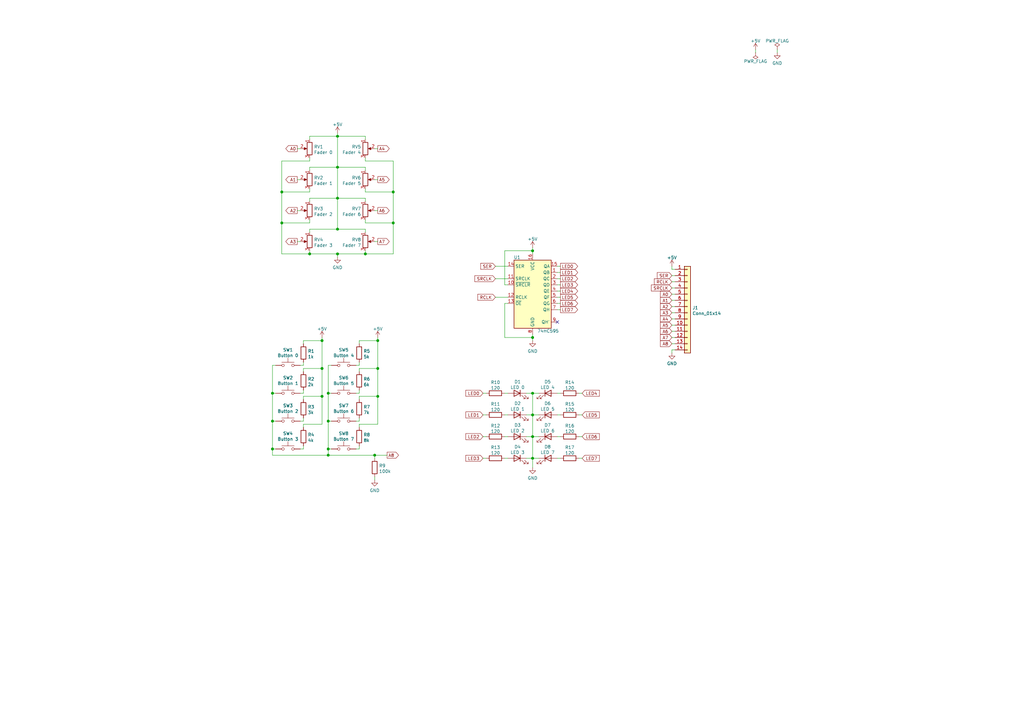
<source format=kicad_sch>
(kicad_sch (version 20210406) (generator eeschema)
  (paper "A3")
  (title_block (title "8 Channel DMX Controller Board 1") (rev "B") (comment 1 "Open source at GitHub: https://github.com/Gabriel-06/dmx-controller/") (comment 2 "Copyright 2021 Gabriel Csizmadia"))
  (lib_symbols
    (symbol "74xx:74HC595"
      (property "Reference" "U" (at -7.62 13.97 0))
      (property "Value" "74HC595" (at -7.62 -16.51 0))
      (symbol "74HC595_1_0"
        (pin tri_state line (at 10.16 7.62 180) (length 2.54) (name "QB") (number "1"))
        (pin input line (at -10.16 2.54 0) (length 2.54) (name "~SRCLR") (number "10"))
        (pin input line (at -10.16 5.08 0) (length 2.54) (name "SRCLK") (number "11"))
        (pin input line (at -10.16 -2.54 0) (length 2.54) (name "RCLK") (number "12"))
        (pin input line (at -10.16 -5.08 0) (length 2.54) (name "~OE") (number "13"))
        (pin input line (at -10.16 10.16 0) (length 2.54) (name "SER") (number "14"))
        (pin tri_state line (at 10.16 10.16 180) (length 2.54) (name "QA") (number "15"))
        (pin power_in line (at 0 15.24 270) (length 2.54) (name "VCC") (number "16"))
        (pin tri_state line (at 10.16 5.08 180) (length 2.54) (name "QC") (number "2"))
        (pin tri_state line (at 10.16 2.54 180) (length 2.54) (name "QD") (number "3"))
        (pin tri_state line (at 10.16 0 180) (length 2.54) (name "QE") (number "4"))
        (pin tri_state line (at 10.16 -2.54 180) (length 2.54) (name "QF") (number "5"))
        (pin tri_state line (at 10.16 -5.08 180) (length 2.54) (name "QG") (number "6"))
        (pin tri_state line (at 10.16 -7.62 180) (length 2.54) (name "QH") (number "7"))
        (pin power_in line (at 0 -17.78 90) (length 2.54) (name "GND") (number "8"))
        (pin output line (at 10.16 -12.7 180) (length 2.54) (name "QH'") (number "9"))
      )
      (symbol "74HC595_1_1"
        (rectangle (start -7.62 12.7) (end 7.62 -15.24) (stroke (width 0.254)) (fill (type background)))
      )
    )
    (symbol "Connector_Generic:Conn_01x14" (pin_names (offset 1.016) hide)
      (property "Reference" "J" (at 0 17.78 0))
      (property "Value" "Conn_01x14" (at 0 -20.32 0))
      (symbol "Conn_01x14_1_1"
        (rectangle (start -1.27 -17.653) (end 0 -17.907) (stroke (width 0.1524)))
        (rectangle (start -1.27 -15.113) (end 0 -15.367) (stroke (width 0.1524)))
        (rectangle (start -1.27 -12.573) (end 0 -12.827) (stroke (width 0.1524)))
        (rectangle (start -1.27 -10.033) (end 0 -10.287) (stroke (width 0.1524)))
        (rectangle (start -1.27 -7.493) (end 0 -7.747) (stroke (width 0.1524)))
        (rectangle (start -1.27 -4.953) (end 0 -5.207) (stroke (width 0.1524)))
        (rectangle (start -1.27 -2.413) (end 0 -2.667) (stroke (width 0.1524)))
        (rectangle (start -1.27 0.127) (end 0 -0.127) (stroke (width 0.1524)))
        (rectangle (start -1.27 2.667) (end 0 2.413) (stroke (width 0.1524)))
        (rectangle (start -1.27 5.207) (end 0 4.953) (stroke (width 0.1524)))
        (rectangle (start -1.27 7.747) (end 0 7.493) (stroke (width 0.1524)))
        (rectangle (start -1.27 10.287) (end 0 10.033) (stroke (width 0.1524)))
        (rectangle (start -1.27 12.827) (end 0 12.573) (stroke (width 0.1524)))
        (rectangle (start -1.27 15.367) (end 0 15.113) (stroke (width 0.1524)))
        (rectangle (start -1.27 16.51) (end 1.27 -19.05) (stroke (width 0.254)) (fill (type background)))
        (pin passive line (at -5.08 15.24 0) (length 3.81) (name "Pin_1") (number "1"))
        (pin passive line (at -5.08 -7.62 0) (length 3.81) (name "Pin_10") (number "10"))
        (pin passive line (at -5.08 -10.16 0) (length 3.81) (name "Pin_11") (number "11"))
        (pin passive line (at -5.08 -12.7 0) (length 3.81) (name "Pin_12") (number "12"))
        (pin passive line (at -5.08 -15.24 0) (length 3.81) (name "Pin_13") (number "13"))
        (pin passive line (at -5.08 -17.78 0) (length 3.81) (name "Pin_14") (number "14"))
        (pin passive line (at -5.08 12.7 0) (length 3.81) (name "Pin_2") (number "2"))
        (pin passive line (at -5.08 10.16 0) (length 3.81) (name "Pin_3") (number "3"))
        (pin passive line (at -5.08 7.62 0) (length 3.81) (name "Pin_4") (number "4"))
        (pin passive line (at -5.08 5.08 0) (length 3.81) (name "Pin_5") (number "5"))
        (pin passive line (at -5.08 2.54 0) (length 3.81) (name "Pin_6") (number "6"))
        (pin passive line (at -5.08 0 0) (length 3.81) (name "Pin_7") (number "7"))
        (pin passive line (at -5.08 -2.54 0) (length 3.81) (name "Pin_8") (number "8"))
        (pin passive line (at -5.08 -5.08 0) (length 3.81) (name "Pin_9") (number "9"))
      )
    )
    (symbol "Device:LED" (pin_numbers hide) (pin_names (offset 1.016) hide)
      (property "Reference" "D" (at 0 2.54 0))
      (property "Value" "LED" (at 0 -2.54 0))
      (symbol "LED_0_1"
        (polyline (pts (xy -1.27 -1.27) (xy -1.27 1.27)) (stroke (width 0.254)))
        (polyline (pts (xy -1.27 0) (xy 1.27 0)))
        (polyline (pts (xy 1.27 -1.27) (xy 1.27 1.27) (xy -1.27 0) (xy 1.27 -1.27)) (stroke (width 0.254)))
        (polyline (pts (xy -3.048 -0.762) (xy -4.572 -2.286) (xy -3.81 -2.286) (xy -4.572 -2.286) (xy -4.572 -1.524)))
        (polyline (pts (xy -1.778 -0.762) (xy -3.302 -2.286) (xy -2.54 -2.286) (xy -3.302 -2.286) (xy -3.302 -1.524)))
      )
      (symbol "LED_1_1"
        (pin passive line (at -3.81 0 0) (length 2.54) (name "K") (number "1"))
        (pin passive line (at 3.81 0 180) (length 2.54) (name "A") (number "2"))
      )
    )
    (symbol "Device:R" (pin_numbers hide) (pin_names (offset 0))
      (property "Reference" "R" (at 2.032 0 90))
      (property "Value" "R" (at 0 0 90))
      (symbol "R_0_1"
        (rectangle (start -1.016 -2.54) (end 1.016 2.54) (stroke (width 0.254)))
      )
      (symbol "R_1_1"
        (pin passive line (at 0 3.81 270) (length 1.27) (name "~") (number "1"))
        (pin passive line (at 0 -3.81 90) (length 1.27) (name "~") (number "2"))
      )
    )
    (symbol "Device:R_Potentiometer" (pin_names (offset 1.016) hide)
      (property "Reference" "RV" (at -4.445 0 90))
      (property "Value" "R_Potentiometer" (at -2.54 0 90))
      (symbol "R_Potentiometer_0_1"
        (rectangle (start 1.016 2.54) (end -1.016 -2.54) (stroke (width 0.254)))
        (polyline (pts (xy 2.54 0) (xy 1.524 0)))
        (polyline (pts (xy 1.143 0) (xy 2.286 0.508) (xy 2.286 -0.508) (xy 1.143 0)) (fill (type outline)))
      )
      (symbol "R_Potentiometer_1_1"
        (pin passive line (at 0 3.81 270) (length 1.27) (name "1") (number "1"))
        (pin passive line (at 3.81 0 180) (length 1.27) (name "2") (number "2"))
        (pin passive line (at 0 -3.81 90) (length 1.27) (name "3") (number "3"))
      )
    )
    (symbol "Switch:SW_Push" (pin_numbers hide) (pin_names (offset 1.016) hide)
      (property "Reference" "SW" (at 1.27 2.54 0))
      (property "Value" "SW_Push" (at 0 -1.524 0))
      (symbol "SW_Push_0_1"
        (circle (center -2.032 0) (radius 0.508))
        (circle (center 2.032 0) (radius 0.508))
        (polyline (pts (xy 0 1.27) (xy 0 3.048)))
        (polyline (pts (xy 2.54 1.27) (xy -2.54 1.27)))
        (pin passive line (at -5.08 0 0) (length 2.54) (name "1") (number "1"))
        (pin passive line (at 5.08 0 180) (length 2.54) (name "2") (number "2"))
      )
    )
    (symbol "power:+5V" (power) (pin_names (offset 0))
      (property "Value" "+5V" (at 0 3.556 0))
      (symbol "+5V_0_1"
        (polyline (pts (xy -0.762 1.27) (xy 0 2.54)))
        (polyline (pts (xy 0 0) (xy 0 2.54)))
        (polyline (pts (xy 0 2.54) (xy 0.762 1.27)))
      )
      (symbol "+5V_1_1"
        (pin power_in line (at 0 0 90) (length 0) hide (name "+5V") (number "1"))
      )
    )
    (symbol "power:GND" (power) (pin_names (offset 0))
      (property "Value" "GND" (at 0 -3.81 0))
      (symbol "GND_0_1"
        (polyline (pts (xy 0 0) (xy 0 -1.27) (xy 1.27 -1.27) (xy 0 -2.54) (xy -1.27 -1.27) (xy 0 -1.27)))
      )
      (symbol "GND_1_1"
        (pin power_in line (at 0 0 270) (length 0) hide (name "GND") (number "1"))
      )
    )
    (symbol "power:PWR_FLAG" (power) (pin_numbers hide) (pin_names (offset 0) hide)
      (property "Value" "PWR_FLAG" (at 0 3.81 0))
      (symbol "PWR_FLAG_0_0"
        (pin power_out line (at 0 0 90) (length 0) (name "pwr") (number "1"))
      )
      (symbol "PWR_FLAG_0_1"
        (polyline (pts (xy 0 0) (xy 0 1.27) (xy -1.016 1.905) (xy 0 2.54) (xy 1.016 1.905) (xy 0 1.27)))
      )
    )
  )
  (junction (at 111.76 161.29) (diameter 1.016))
  (junction (at 111.76 172.72) (diameter 1.016))
  (junction (at 111.76 184.15) (diameter 1.016))
  (junction (at 115.57 78.74) (diameter 1.016))
  (junction (at 115.57 91.44) (diameter 1.016))
  (junction (at 127 104.14) (diameter 1.016))
  (junction (at 132.08 139.7) (diameter 1.016))
  (junction (at 132.08 151.13) (diameter 1.016))
  (junction (at 132.08 162.56) (diameter 1.016))
  (junction (at 134.62 161.29) (diameter 1.016))
  (junction (at 134.62 172.72) (diameter 1.016))
  (junction (at 134.62 184.15) (diameter 1.016))
  (junction (at 134.62 186.69) (diameter 1.016))
  (junction (at 138.43 55.88) (diameter 1.016))
  (junction (at 138.43 68.58) (diameter 1.016))
  (junction (at 138.43 81.28) (diameter 1.016))
  (junction (at 138.43 93.98) (diameter 1.016))
  (junction (at 138.43 104.14) (diameter 1.016))
  (junction (at 149.86 104.14) (diameter 1.016))
  (junction (at 153.67 186.69) (diameter 1.016))
  (junction (at 154.94 139.7) (diameter 1.016))
  (junction (at 154.94 151.13) (diameter 1.016))
  (junction (at 154.94 162.56) (diameter 1.016))
  (junction (at 161.29 78.74) (diameter 1.016))
  (junction (at 161.29 91.44) (diameter 1.016))
  (junction (at 218.44 102.87) (diameter 1.016))
  (junction (at 218.44 138.43) (diameter 1.016))
  (junction (at 218.44 161.29) (diameter 1.016))
  (junction (at 218.44 170.18) (diameter 1.016))
  (junction (at 218.44 179.07) (diameter 1.016))
  (junction (at 218.44 187.96) (diameter 1.016))
  (no_connect (at 228.6 132.08))
  (wire (pts (xy 111.76 149.86) (xy 111.76 161.29)))
  (wire (pts (xy 111.76 149.86) (xy 113.03 149.86)))
  (wire (pts (xy 111.76 161.29) (xy 111.76 172.72)))
  (wire (pts (xy 111.76 161.29) (xy 113.03 161.29)))
  (wire (pts (xy 111.76 172.72) (xy 111.76 184.15)))
  (wire (pts (xy 111.76 172.72) (xy 113.03 172.72)))
  (wire (pts (xy 111.76 184.15) (xy 111.76 186.69)))
  (wire (pts (xy 111.76 184.15) (xy 113.03 184.15)))
  (wire (pts (xy 111.76 186.69) (xy 134.62 186.69)))
  (wire (pts (xy 115.57 66.04) (xy 127 66.04)))
  (wire (pts (xy 115.57 78.74) (xy 115.57 66.04)))
  (wire (pts (xy 115.57 91.44) (xy 115.57 78.74)))
  (wire (pts (xy 115.57 104.14) (xy 115.57 91.44)))
  (wire (pts (xy 123.19 60.96) (xy 121.92 60.96)))
  (wire (pts (xy 123.19 73.66) (xy 121.92 73.66)))
  (wire (pts (xy 123.19 86.36) (xy 121.92 86.36)))
  (wire (pts (xy 123.19 99.06) (xy 121.92 99.06)))
  (wire (pts (xy 124.46 139.7) (xy 124.46 140.97)))
  (wire (pts (xy 124.46 148.59) (xy 124.46 149.86)))
  (wire (pts (xy 124.46 149.86) (xy 123.19 149.86)))
  (wire (pts (xy 124.46 151.13) (xy 124.46 152.4)))
  (wire (pts (xy 124.46 151.13) (xy 132.08 151.13)))
  (wire (pts (xy 124.46 160.02) (xy 124.46 161.29)))
  (wire (pts (xy 124.46 161.29) (xy 123.19 161.29)))
  (wire (pts (xy 124.46 162.56) (xy 124.46 163.83)))
  (wire (pts (xy 124.46 162.56) (xy 132.08 162.56)))
  (wire (pts (xy 124.46 171.45) (xy 124.46 172.72)))
  (wire (pts (xy 124.46 172.72) (xy 123.19 172.72)))
  (wire (pts (xy 124.46 173.99) (xy 124.46 175.26)))
  (wire (pts (xy 124.46 173.99) (xy 132.08 173.99)))
  (wire (pts (xy 124.46 182.88) (xy 124.46 184.15)))
  (wire (pts (xy 124.46 184.15) (xy 123.19 184.15)))
  (wire (pts (xy 127 55.88) (xy 127 57.15)))
  (wire (pts (xy 127 64.77) (xy 127 66.04)))
  (wire (pts (xy 127 68.58) (xy 138.43 68.58)))
  (wire (pts (xy 127 69.85) (xy 127 68.58)))
  (wire (pts (xy 127 77.47) (xy 127 78.74)))
  (wire (pts (xy 127 78.74) (xy 115.57 78.74)))
  (wire (pts (xy 127 81.28) (xy 138.43 81.28)))
  (wire (pts (xy 127 82.55) (xy 127 81.28)))
  (wire (pts (xy 127 90.17) (xy 127 91.44)))
  (wire (pts (xy 127 91.44) (xy 115.57 91.44)))
  (wire (pts (xy 127 93.98) (xy 138.43 93.98)))
  (wire (pts (xy 127 95.25) (xy 127 93.98)))
  (wire (pts (xy 127 102.87) (xy 127 104.14)))
  (wire (pts (xy 127 104.14) (xy 115.57 104.14)))
  (wire (pts (xy 127 104.14) (xy 138.43 104.14)))
  (wire (pts (xy 132.08 138.43) (xy 132.08 139.7)))
  (wire (pts (xy 132.08 139.7) (xy 124.46 139.7)))
  (wire (pts (xy 132.08 151.13) (xy 132.08 139.7)))
  (wire (pts (xy 132.08 151.13) (xy 132.08 162.56)))
  (wire (pts (xy 132.08 162.56) (xy 132.08 173.99)))
  (wire (pts (xy 134.62 149.86) (xy 134.62 161.29)))
  (wire (pts (xy 134.62 161.29) (xy 134.62 172.72)))
  (wire (pts (xy 134.62 161.29) (xy 135.89 161.29)))
  (wire (pts (xy 134.62 172.72) (xy 134.62 184.15)))
  (wire (pts (xy 134.62 172.72) (xy 135.89 172.72)))
  (wire (pts (xy 134.62 184.15) (xy 134.62 186.69)))
  (wire (pts (xy 134.62 184.15) (xy 135.89 184.15)))
  (wire (pts (xy 134.62 186.69) (xy 153.67 186.69)))
  (wire (pts (xy 135.89 149.86) (xy 134.62 149.86)))
  (wire (pts (xy 138.43 54.61) (xy 138.43 55.88)))
  (wire (pts (xy 138.43 55.88) (xy 127 55.88)))
  (wire (pts (xy 138.43 55.88) (xy 138.43 68.58)))
  (wire (pts (xy 138.43 55.88) (xy 149.86 55.88)))
  (wire (pts (xy 138.43 68.58) (xy 138.43 81.28)))
  (wire (pts (xy 138.43 68.58) (xy 149.86 68.58)))
  (wire (pts (xy 138.43 81.28) (xy 138.43 93.98)))
  (wire (pts (xy 138.43 81.28) (xy 149.86 81.28)))
  (wire (pts (xy 138.43 93.98) (xy 149.86 93.98)))
  (wire (pts (xy 138.43 104.14) (xy 138.43 105.41)))
  (wire (pts (xy 138.43 104.14) (xy 149.86 104.14)))
  (wire (pts (xy 146.05 149.86) (xy 147.32 149.86)))
  (wire (pts (xy 146.05 161.29) (xy 147.32 161.29)))
  (wire (pts (xy 146.05 172.72) (xy 147.32 172.72)))
  (wire (pts (xy 146.05 184.15) (xy 147.32 184.15)))
  (wire (pts (xy 147.32 139.7) (xy 147.32 140.97)))
  (wire (pts (xy 147.32 149.86) (xy 147.32 148.59)))
  (wire (pts (xy 147.32 151.13) (xy 154.94 151.13)))
  (wire (pts (xy 147.32 152.4) (xy 147.32 151.13)))
  (wire (pts (xy 147.32 161.29) (xy 147.32 160.02)))
  (wire (pts (xy 147.32 162.56) (xy 154.94 162.56)))
  (wire (pts (xy 147.32 163.83) (xy 147.32 162.56)))
  (wire (pts (xy 147.32 172.72) (xy 147.32 171.45)))
  (wire (pts (xy 147.32 173.99) (xy 154.94 173.99)))
  (wire (pts (xy 147.32 175.26) (xy 147.32 173.99)))
  (wire (pts (xy 147.32 184.15) (xy 147.32 182.88)))
  (wire (pts (xy 149.86 57.15) (xy 149.86 55.88)))
  (wire (pts (xy 149.86 64.77) (xy 149.86 66.04)))
  (wire (pts (xy 149.86 66.04) (xy 161.29 66.04)))
  (wire (pts (xy 149.86 69.85) (xy 149.86 68.58)))
  (wire (pts (xy 149.86 77.47) (xy 149.86 78.74)))
  (wire (pts (xy 149.86 78.74) (xy 161.29 78.74)))
  (wire (pts (xy 149.86 82.55) (xy 149.86 81.28)))
  (wire (pts (xy 149.86 90.17) (xy 149.86 91.44)))
  (wire (pts (xy 149.86 91.44) (xy 161.29 91.44)))
  (wire (pts (xy 149.86 95.25) (xy 149.86 93.98)))
  (wire (pts (xy 149.86 104.14) (xy 149.86 102.87)))
  (wire (pts (xy 153.67 60.96) (xy 154.94 60.96)))
  (wire (pts (xy 153.67 73.66) (xy 154.94 73.66)))
  (wire (pts (xy 153.67 86.36) (xy 154.94 86.36)))
  (wire (pts (xy 153.67 99.06) (xy 154.94 99.06)))
  (wire (pts (xy 153.67 186.69) (xy 153.67 187.96)))
  (wire (pts (xy 153.67 186.69) (xy 158.75 186.69)))
  (wire (pts (xy 153.67 195.58) (xy 153.67 196.85)))
  (wire (pts (xy 154.94 138.43) (xy 154.94 139.7)))
  (wire (pts (xy 154.94 139.7) (xy 147.32 139.7)))
  (wire (pts (xy 154.94 151.13) (xy 154.94 139.7)))
  (wire (pts (xy 154.94 151.13) (xy 154.94 162.56)))
  (wire (pts (xy 154.94 162.56) (xy 154.94 173.99)))
  (wire (pts (xy 161.29 66.04) (xy 161.29 78.74)))
  (wire (pts (xy 161.29 78.74) (xy 161.29 91.44)))
  (wire (pts (xy 161.29 91.44) (xy 161.29 104.14)))
  (wire (pts (xy 161.29 104.14) (xy 149.86 104.14)))
  (wire (pts (xy 198.12 161.29) (xy 199.39 161.29)))
  (wire (pts (xy 198.12 170.18) (xy 199.39 170.18)))
  (wire (pts (xy 198.12 179.07) (xy 199.39 179.07)))
  (wire (pts (xy 198.12 187.96) (xy 199.39 187.96)))
  (wire (pts (xy 203.2 109.22) (xy 208.28 109.22)))
  (wire (pts (xy 203.2 121.92) (xy 208.28 121.92)))
  (wire (pts (xy 207.01 102.87) (xy 218.44 102.87)))
  (wire (pts (xy 207.01 116.84) (xy 207.01 102.87)))
  (wire (pts (xy 207.01 124.46) (xy 207.01 138.43)))
  (wire (pts (xy 207.01 138.43) (xy 218.44 138.43)))
  (wire (pts (xy 207.01 161.29) (xy 208.28 161.29)))
  (wire (pts (xy 207.01 170.18) (xy 208.28 170.18)))
  (wire (pts (xy 207.01 179.07) (xy 208.28 179.07)))
  (wire (pts (xy 207.01 187.96) (xy 208.28 187.96)))
  (wire (pts (xy 208.28 114.3) (xy 203.2 114.3)))
  (wire (pts (xy 208.28 116.84) (xy 207.01 116.84)))
  (wire (pts (xy 208.28 124.46) (xy 207.01 124.46)))
  (wire (pts (xy 215.9 161.29) (xy 218.44 161.29)))
  (wire (pts (xy 215.9 170.18) (xy 218.44 170.18)))
  (wire (pts (xy 215.9 179.07) (xy 218.44 179.07)))
  (wire (pts (xy 215.9 187.96) (xy 218.44 187.96)))
  (wire (pts (xy 218.44 101.6) (xy 218.44 102.87)))
  (wire (pts (xy 218.44 102.87) (xy 218.44 104.14)))
  (wire (pts (xy 218.44 137.16) (xy 218.44 138.43)))
  (wire (pts (xy 218.44 138.43) (xy 218.44 139.7)))
  (wire (pts (xy 218.44 161.29) (xy 218.44 170.18)))
  (wire (pts (xy 218.44 161.29) (xy 220.98 161.29)))
  (wire (pts (xy 218.44 170.18) (xy 218.44 179.07)))
  (wire (pts (xy 218.44 170.18) (xy 220.98 170.18)))
  (wire (pts (xy 218.44 179.07) (xy 218.44 187.96)))
  (wire (pts (xy 218.44 179.07) (xy 220.98 179.07)))
  (wire (pts (xy 218.44 187.96) (xy 218.44 191.77)))
  (wire (pts (xy 218.44 187.96) (xy 220.98 187.96)))
  (wire (pts (xy 228.6 109.22) (xy 229.87 109.22)))
  (wire (pts (xy 228.6 111.76) (xy 229.87 111.76)))
  (wire (pts (xy 228.6 114.3) (xy 229.87 114.3)))
  (wire (pts (xy 228.6 116.84) (xy 229.87 116.84)))
  (wire (pts (xy 228.6 119.38) (xy 229.87 119.38)))
  (wire (pts (xy 228.6 121.92) (xy 229.87 121.92)))
  (wire (pts (xy 228.6 124.46) (xy 229.87 124.46)))
  (wire (pts (xy 228.6 127) (xy 229.87 127)))
  (wire (pts (xy 228.6 161.29) (xy 229.87 161.29)))
  (wire (pts (xy 228.6 170.18) (xy 229.87 170.18)))
  (wire (pts (xy 228.6 179.07) (xy 229.87 179.07)))
  (wire (pts (xy 228.6 187.96) (xy 229.87 187.96)))
  (wire (pts (xy 237.49 161.29) (xy 238.76 161.29)))
  (wire (pts (xy 237.49 170.18) (xy 238.76 170.18)))
  (wire (pts (xy 237.49 179.07) (xy 238.76 179.07)))
  (wire (pts (xy 237.49 187.96) (xy 238.76 187.96)))
  (wire (pts (xy 275.59 109.22) (xy 275.59 110.49)))
  (wire (pts (xy 275.59 110.49) (xy 276.86 110.49)))
  (wire (pts (xy 275.59 113.03) (xy 276.86 113.03)))
  (wire (pts (xy 275.59 115.57) (xy 276.86 115.57)))
  (wire (pts (xy 275.59 118.11) (xy 276.86 118.11)))
  (wire (pts (xy 275.59 135.89) (xy 276.86 135.89)))
  (wire (pts (xy 275.59 138.43) (xy 276.86 138.43)))
  (wire (pts (xy 275.59 140.97) (xy 276.86 140.97)))
  (wire (pts (xy 275.59 143.51) (xy 276.86 143.51)))
  (wire (pts (xy 275.59 144.78) (xy 275.59 143.51)))
  (wire (pts (xy 276.86 120.65) (xy 275.59 120.65)))
  (wire (pts (xy 276.86 123.19) (xy 275.59 123.19)))
  (wire (pts (xy 276.86 125.73) (xy 275.59 125.73)))
  (wire (pts (xy 276.86 128.27) (xy 275.59 128.27)))
  (wire (pts (xy 276.86 130.81) (xy 275.59 130.81)))
  (wire (pts (xy 276.86 133.35) (xy 275.59 133.35)))
  (wire (pts (xy 309.88 20.32) (xy 309.88 21.59)))
  (wire (pts (xy 318.77 20.32) (xy 318.77 21.59)))
  (global_label "A0" (shape output) (at 121.92 60.96 180) (property "Intersheet References" "${INTERSHEET_REFS}" (effects hide)))
  (global_label "A1" (shape output) (at 121.92 73.66 180) (property "Intersheet References" "${INTERSHEET_REFS}" (effects hide)))
  (global_label "A2" (shape output) (at 121.92 86.36 180) (property "Intersheet References" "${INTERSHEET_REFS}" (effects hide)))
  (global_label "A3" (shape output) (at 121.92 99.06 180) (property "Intersheet References" "${INTERSHEET_REFS}" (effects hide)))
  (global_label "A4" (shape output) (at 154.94 60.96 0) (property "Intersheet References" "${INTERSHEET_REFS}" (effects hide)))
  (global_label "A5" (shape output) (at 154.94 73.66 0) (property "Intersheet References" "${INTERSHEET_REFS}" (effects hide)))
  (global_label "A6" (shape output) (at 154.94 86.36 0) (property "Intersheet References" "${INTERSHEET_REFS}" (effects hide)))
  (global_label "A7" (shape output) (at 154.94 99.06 0) (property "Intersheet References" "${INTERSHEET_REFS}" (effects hide)))
  (global_label "A8" (shape output) (at 158.75 186.69 0) (property "Intersheet References" "${INTERSHEET_REFS}" (effects hide)))
  (global_label "LED0" (shape input) (at 198.12 161.29 180) (property "Intersheet References" "${INTERSHEET_REFS}" (effects hide)))
  (global_label "LED1" (shape input) (at 198.12 170.18 180) (property "Intersheet References" "${INTERSHEET_REFS}" (effects hide)))
  (global_label "LED2" (shape input) (at 198.12 179.07 180) (property "Intersheet References" "${INTERSHEET_REFS}" (effects hide)))
  (global_label "LED3" (shape input) (at 198.12 187.96 180) (property "Intersheet References" "${INTERSHEET_REFS}" (effects hide)))
  (global_label "SER" (shape input) (at 203.2 109.22 180) (property "Intersheet References" "${INTERSHEET_REFS}" (effects hide)))
  (global_label "SRCLK" (shape input) (at 203.2 114.3 180) (property "Intersheet References" "${INTERSHEET_REFS}" (effects hide)))
  (global_label "RCLK" (shape input) (at 203.2 121.92 180) (property "Intersheet References" "${INTERSHEET_REFS}" (effects hide)))
  (global_label "LED0" (shape output) (at 229.87 109.22 0) (property "Intersheet References" "${INTERSHEET_REFS}" (effects hide)))
  (global_label "LED1" (shape output) (at 229.87 111.76 0) (property "Intersheet References" "${INTERSHEET_REFS}" (effects hide)))
  (global_label "LED2" (shape output) (at 229.87 114.3 0) (property "Intersheet References" "${INTERSHEET_REFS}" (effects hide)))
  (global_label "LED3" (shape output) (at 229.87 116.84 0) (property "Intersheet References" "${INTERSHEET_REFS}" (effects hide)))
  (global_label "LED4" (shape output) (at 229.87 119.38 0) (property "Intersheet References" "${INTERSHEET_REFS}" (effects hide)))
  (global_label "LED5" (shape output) (at 229.87 121.92 0) (property "Intersheet References" "${INTERSHEET_REFS}" (effects hide)))
  (global_label "LED6" (shape output) (at 229.87 124.46 0) (property "Intersheet References" "${INTERSHEET_REFS}" (effects hide)))
  (global_label "LED7" (shape output) (at 229.87 127 0) (property "Intersheet References" "${INTERSHEET_REFS}" (effects hide)))
  (global_label "LED4" (shape input) (at 238.76 161.29 0) (property "Intersheet References" "${INTERSHEET_REFS}" (effects hide)))
  (global_label "LED5" (shape input) (at 238.76 170.18 0) (property "Intersheet References" "${INTERSHEET_REFS}" (effects hide)))
  (global_label "LED6" (shape input) (at 238.76 179.07 0) (property "Intersheet References" "${INTERSHEET_REFS}" (effects hide)))
  (global_label "LED7" (shape input) (at 238.76 187.96 0) (property "Intersheet References" "${INTERSHEET_REFS}" (effects hide)))
  (global_label "SER" (shape input) (at 275.59 113.03 180) (property "Intersheet References" "${INTERSHEET_REFS}" (effects hide)))
  (global_label "RCLK" (shape input) (at 275.59 115.57 180) (property "Intersheet References" "${INTERSHEET_REFS}" (effects hide)))
  (global_label "SRCLK" (shape input) (at 275.59 118.11 180) (property "Intersheet References" "${INTERSHEET_REFS}" (effects hide)))
  (global_label "A0" (shape input) (at 275.59 120.65 180) (property "Intersheet References" "${INTERSHEET_REFS}" (effects hide)))
  (global_label "A1" (shape input) (at 275.59 123.19 180) (property "Intersheet References" "${INTERSHEET_REFS}" (effects hide)))
  (global_label "A2" (shape input) (at 275.59 125.73 180) (property "Intersheet References" "${INTERSHEET_REFS}" (effects hide)))
  (global_label "A3" (shape input) (at 275.59 128.27 180) (property "Intersheet References" "${INTERSHEET_REFS}" (effects hide)))
  (global_label "A4" (shape input) (at 275.59 130.81 180) (property "Intersheet References" "${INTERSHEET_REFS}" (effects hide)))
  (global_label "A5" (shape input) (at 275.59 133.35 180) (property "Intersheet References" "${INTERSHEET_REFS}" (effects hide)))
  (global_label "A6" (shape input) (at 275.59 135.89 180) (property "Intersheet References" "${INTERSHEET_REFS}" (effects hide)))
  (global_label "A7" (shape input) (at 275.59 138.43 180) (property "Intersheet References" "${INTERSHEET_REFS}" (effects hide)))
  (global_label "A8" (shape input) (at 275.59 140.97 180) (property "Intersheet References" "${INTERSHEET_REFS}" (effects hide)))
  (symbol (lib_id "power:+5V") (at 132.08 138.43 0) (unit 1)
    (property "Reference" "#PWR01" (effects hide))
    (property "Value" "+5V" (at 132.08 134.8826 0))
  )
  (symbol (lib_id "power:+5V") (at 138.43 54.61 0) (unit 1)
    (property "Reference" "#PWR02" (effects hide))
    (property "Value" "+5V" (at 138.43 51.0626 0))
  )
  (symbol (lib_id "power:+5V") (at 154.94 138.43 0) (unit 1)
    (property "Reference" "#PWR05" (effects hide))
    (property "Value" "+5V" (at 154.94 134.8826 0))
  )
  (symbol (lib_id "power:+5V") (at 218.44 101.6 0) (unit 1)
    (property "Reference" "#PWR06" (effects hide))
    (property "Value" "+5V" (at 218.44 98.0526 0))
  )
  (symbol (lib_id "power:+5V") (at 275.59 109.22 0) (unit 1)
    (property "Reference" "#PWR09" (effects hide))
    (property "Value" "+5V" (at 275.59 105.6726 0))
  )
  (symbol (lib_id "power:+5V") (at 309.88 20.32 0) (unit 1)
    (property "Reference" "#PWR011" (effects hide))
    (property "Value" "+5V" (at 309.88 16.7726 0))
  )
  (symbol (lib_id "power:PWR_FLAG") (at 309.88 21.59 180) (unit 1)
    (property "Reference" "#FLG01" (effects hide))
    (property "Value" "PWR_FLAG" (at 309.88 25.1374 0))
  )
  (symbol (lib_id "power:PWR_FLAG") (at 318.77 20.32 0) (unit 1)
    (property "Reference" "#FLG02" (effects hide))
    (property "Value" "PWR_FLAG" (at 318.77 16.7726 0))
  )
  (symbol (lib_id "power:GND") (at 138.43 105.41 0) (unit 1)
    (property "Reference" "#PWR03" (effects hide))
    (property "Value" "GND" (at 138.43 109.7344 0))
  )
  (symbol (lib_id "power:GND") (at 153.67 196.85 0) (unit 1)
    (property "Reference" "#PWR04" (effects hide))
    (property "Value" "GND" (at 153.67 201.1744 0))
  )
  (symbol (lib_id "power:GND") (at 218.44 139.7 0) (unit 1)
    (property "Reference" "#PWR07" (effects hide))
    (property "Value" "GND" (at 218.44 144.0244 0))
  )
  (symbol (lib_id "power:GND") (at 218.44 191.77 0) (unit 1)
    (property "Reference" "#PWR08" (effects hide))
    (property "Value" "GND" (at 218.44 196.0944 0))
  )
  (symbol (lib_id "power:GND") (at 275.59 144.78 0) (unit 1)
    (property "Reference" "#PWR010" (effects hide))
    (property "Value" "GND" (at 275.59 149.1044 0))
  )
  (symbol (lib_id "power:GND") (at 318.77 21.59 0) (mirror y) (unit 1)
    (property "Reference" "#PWR012" (effects hide))
    (property "Value" "GND" (at 318.77 25.9144 0))
  )
  (symbol (lib_id "Device:R") (at 124.46 144.78 0) (unit 1)
    (property "Reference" "R1" (at 126.2381 144.0191 0) (effects (justify left)))
    (property "Value" "1k" (at 126.2381 146.3178 0) (effects (justify left)))
    (property "Footprint" "Resistor_SMD:R_0805_2012Metric_Pad1.20x1.40mm_HandSolder" (effects hide))
  )
  (symbol (lib_id "Device:R") (at 124.46 156.21 0) (unit 1)
    (property "Reference" "R2" (at 126.2381 155.4491 0) (effects (justify left)))
    (property "Value" "2k" (at 126.2381 157.7478 0) (effects (justify left)))
    (property "Footprint" "Resistor_SMD:R_0805_2012Metric_Pad1.20x1.40mm_HandSolder" (effects hide))
  )
  (symbol (lib_id "Device:R") (at 124.46 167.64 0) (unit 1)
    (property "Reference" "R3" (at 126.2381 166.8791 0) (effects (justify left)))
    (property "Value" "3k" (at 126.2381 169.1778 0) (effects (justify left)))
    (property "Footprint" "Resistor_SMD:R_0805_2012Metric_Pad1.20x1.40mm_HandSolder" (effects hide))
  )
  (symbol (lib_id "Device:R") (at 124.46 179.07 0) (unit 1)
    (property "Reference" "R4" (at 126.2381 178.3091 0) (effects (justify left)))
    (property "Value" "4k" (at 126.2381 180.6078 0) (effects (justify left)))
    (property "Footprint" "Resistor_SMD:R_0805_2012Metric_Pad1.20x1.40mm_HandSolder" (effects hide))
  )
  (symbol (lib_id "Device:R") (at 147.32 144.78 0) (unit 1)
    (property "Reference" "R5" (at 149.0981 144.0191 0) (effects (justify left)))
    (property "Value" "5k" (at 149.0981 146.3178 0) (effects (justify left)))
    (property "Footprint" "Resistor_SMD:R_0805_2012Metric_Pad1.20x1.40mm_HandSolder" (effects hide))
  )
  (symbol (lib_id "Device:R") (at 147.32 156.21 0) (unit 1)
    (property "Reference" "R6" (at 149.0981 155.4491 0) (effects (justify left)))
    (property "Value" "6k" (at 149.0981 157.7478 0) (effects (justify left)))
    (property "Footprint" "Resistor_SMD:R_0805_2012Metric_Pad1.20x1.40mm_HandSolder" (effects hide))
  )
  (symbol (lib_id "Device:R") (at 147.32 167.64 0) (unit 1)
    (property "Reference" "R7" (at 149.0981 166.8791 0) (effects (justify left)))
    (property "Value" "7k" (at 149.0981 169.1778 0) (effects (justify left)))
    (property "Footprint" "Resistor_SMD:R_0805_2012Metric_Pad1.20x1.40mm_HandSolder" (effects hide))
  )
  (symbol (lib_id "Device:R") (at 147.32 179.07 0) (unit 1)
    (property "Reference" "R8" (at 149.0981 178.3091 0) (effects (justify left)))
    (property "Value" "8k" (at 149.0981 180.6078 0) (effects (justify left)))
    (property "Footprint" "Resistor_SMD:R_0805_2012Metric_Pad1.20x1.40mm_HandSolder" (effects hide))
  )
  (symbol (lib_id "Device:R") (at 153.67 191.77 0) (unit 1)
    (property "Reference" "R9" (at 155.4481 191.0091 0) (effects (justify left)))
    (property "Value" "100k" (at 155.4481 193.3078 0) (effects (justify left)))
    (property "Footprint" "Resistor_SMD:R_0805_2012Metric_Pad1.20x1.40mm_HandSolder" (effects hide))
  )
  (symbol (lib_id "Device:R") (at 203.2 161.29 90) (unit 1)
    (property "Reference" "R10" (at 203.2 156.8408 90))
    (property "Value" "120" (at 203.2 159.1395 90))
    (property "Footprint" "Resistor_SMD:R_0805_2012Metric_Pad1.20x1.40mm_HandSolder" (effects hide))
  )
  (symbol (lib_id "Device:R") (at 203.2 170.18 90) (unit 1)
    (property "Reference" "R11" (at 203.2 165.7308 90))
    (property "Value" "120" (at 203.2 168.0295 90))
    (property "Footprint" "Resistor_SMD:R_0805_2012Metric_Pad1.20x1.40mm_HandSolder" (effects hide))
  )
  (symbol (lib_id "Device:R") (at 203.2 179.07 90) (unit 1)
    (property "Reference" "R12" (at 203.2 174.6208 90))
    (property "Value" "120" (at 203.2 176.9195 90))
    (property "Footprint" "Resistor_SMD:R_0805_2012Metric_Pad1.20x1.40mm_HandSolder" (effects hide))
  )
  (symbol (lib_id "Device:R") (at 203.2 187.96 90) (unit 1)
    (property "Reference" "R13" (at 203.2 183.5108 90))
    (property "Value" "120" (at 203.2 185.8095 90))
    (property "Footprint" "Resistor_SMD:R_0805_2012Metric_Pad1.20x1.40mm_HandSolder" (effects hide))
  )
  (symbol (lib_id "Device:R") (at 233.68 161.29 270) (mirror x) (unit 1)
    (property "Reference" "R14" (at 233.68 156.8408 90))
    (property "Value" "120" (at 233.68 159.1395 90))
    (property "Footprint" "Resistor_SMD:R_0805_2012Metric_Pad1.20x1.40mm_HandSolder" (effects hide))
  )
  (symbol (lib_id "Device:R") (at 233.68 170.18 270) (mirror x) (unit 1)
    (property "Reference" "R15" (at 233.68 165.7308 90))
    (property "Value" "120" (at 233.68 168.0295 90))
    (property "Footprint" "Resistor_SMD:R_0805_2012Metric_Pad1.20x1.40mm_HandSolder" (effects hide))
  )
  (symbol (lib_id "Device:R") (at 233.68 179.07 270) (mirror x) (unit 1)
    (property "Reference" "R16" (at 233.68 174.6208 90))
    (property "Value" "120" (at 233.68 176.9195 90))
    (property "Footprint" "Resistor_SMD:R_0805_2012Metric_Pad1.20x1.40mm_HandSolder" (effects hide))
  )
  (symbol (lib_id "Device:R") (at 233.68 187.96 270) (mirror x) (unit 1)
    (property "Reference" "R17" (at 233.68 183.5108 90))
    (property "Value" "120" (at 233.68 185.8095 90))
    (property "Footprint" "Resistor_SMD:R_0805_2012Metric_Pad1.20x1.40mm_HandSolder" (effects hide))
  )
  (symbol (lib_id "Device:LED") (at 212.09 161.29 0) (mirror y) (unit 1)
    (property "Reference" "D1" (at 212.2805 156.5868 0))
    (property "Value" "LED 0" (at 212.2805 158.8855 0))
    (property "Footprint" "LED_THT:LED_D3.0mm" (effects hide))
  )
  (symbol (lib_id "Device:LED") (at 212.09 170.18 0) (mirror y) (unit 1)
    (property "Reference" "D2" (at 212.2805 165.4768 0))
    (property "Value" "LED 1" (at 212.2805 167.7755 0))
    (property "Footprint" "LED_THT:LED_D3.0mm" (effects hide))
  )
  (symbol (lib_id "Device:LED") (at 212.09 179.07 0) (mirror y) (unit 1)
    (property "Reference" "D3" (at 212.2805 174.3668 0))
    (property "Value" "LED 2" (at 212.2805 176.6655 0))
    (property "Footprint" "LED_THT:LED_D3.0mm" (effects hide))
  )
  (symbol (lib_id "Device:LED") (at 212.09 187.96 0) (mirror y) (unit 1)
    (property "Reference" "D4" (at 212.2805 183.2568 0))
    (property "Value" "LED 3" (at 212.2805 185.5555 0))
    (property "Footprint" "LED_THT:LED_D3.0mm" (effects hide))
  )
  (symbol (lib_id "Device:LED") (at 224.79 161.29 0) (unit 1)
    (property "Reference" "D5" (at 224.5995 156.5868 0))
    (property "Value" "LED 4" (at 224.5995 158.8855 0))
    (property "Footprint" "LED_THT:LED_D3.0mm" (effects hide))
  )
  (symbol (lib_id "Device:LED") (at 224.79 170.18 0) (unit 1)
    (property "Reference" "D6" (at 224.5995 165.4768 0))
    (property "Value" "LED 5" (at 224.5995 167.7755 0))
    (property "Footprint" "LED_THT:LED_D3.0mm" (effects hide))
  )
  (symbol (lib_id "Device:LED") (at 224.79 179.07 0) (unit 1)
    (property "Reference" "D7" (at 224.5995 174.3668 0))
    (property "Value" "LED 6" (at 224.5995 176.6655 0))
    (property "Footprint" "LED_THT:LED_D3.0mm" (effects hide))
  )
  (symbol (lib_id "Device:LED") (at 224.79 187.96 0) (unit 1)
    (property "Reference" "D8" (at 224.5995 183.2568 0))
    (property "Value" "LED 7" (at 224.5995 185.5555 0))
    (property "Footprint" "LED_THT:LED_D3.0mm" (effects hide))
  )
  (symbol (lib_id "Switch:SW_Push") (at 118.11 149.86 0) (unit 1)
    (property "Reference" "SW1" (at 118.11 143.5058 0))
    (property "Value" "Button 0" (at 118.11 145.8045 0))
    (property "Footprint" "Button_Switch_THT:SW_PUSH_6mm_H13mm" (effects hide))
  )
  (symbol (lib_id "Switch:SW_Push") (at 118.11 161.29 0) (unit 1)
    (property "Reference" "SW2" (at 118.11 154.9358 0))
    (property "Value" "Button 1" (at 118.11 157.2345 0))
    (property "Footprint" "Button_Switch_THT:SW_PUSH_6mm_H13mm" (effects hide))
  )
  (symbol (lib_id "Switch:SW_Push") (at 118.11 172.72 0) (unit 1)
    (property "Reference" "SW3" (at 118.11 166.3658 0))
    (property "Value" "Button 2" (at 118.11 168.6645 0))
    (property "Footprint" "Button_Switch_THT:SW_PUSH_6mm_H13mm" (effects hide))
  )
  (symbol (lib_id "Switch:SW_Push") (at 118.11 184.15 0) (unit 1)
    (property "Reference" "SW4" (at 118.11 177.7958 0))
    (property "Value" "Button 3" (at 118.11 180.0945 0))
    (property "Footprint" "Button_Switch_THT:SW_PUSH_6mm_H13mm" (effects hide))
  )
  (symbol (lib_id "Switch:SW_Push") (at 140.97 149.86 0) (unit 1)
    (property "Reference" "SW5" (at 140.97 143.5058 0))
    (property "Value" "Button 4" (at 140.97 145.8045 0))
    (property "Footprint" "Button_Switch_THT:SW_PUSH_6mm_H13mm" (effects hide))
  )
  (symbol (lib_id "Switch:SW_Push") (at 140.97 161.29 0) (unit 1)
    (property "Reference" "SW6" (at 140.97 154.9358 0))
    (property "Value" "Button 5" (at 140.97 157.2345 0))
    (property "Footprint" "Button_Switch_THT:SW_PUSH_6mm_H13mm" (effects hide))
  )
  (symbol (lib_id "Switch:SW_Push") (at 140.97 172.72 0) (unit 1)
    (property "Reference" "SW7" (at 140.97 166.3658 0))
    (property "Value" "Button 6" (at 140.97 168.6645 0))
    (property "Footprint" "Button_Switch_THT:SW_PUSH_6mm_H13mm" (effects hide))
  )
  (symbol (lib_id "Switch:SW_Push") (at 140.97 184.15 0) (unit 1)
    (property "Reference" "SW8" (at 140.97 177.7958 0))
    (property "Value" "Button 7" (at 140.97 180.0945 0))
    (property "Footprint" "Button_Switch_THT:SW_PUSH_6mm_H13mm" (effects hide))
  )
  (symbol (lib_id "Device:R_Potentiometer") (at 127 60.96 0) (mirror y) (unit 1)
    (property "Reference" "RV1" (at 128.7781 60.1991 0) (effects (justify right)))
    (property "Value" "Fader 0" (at 128.7781 62.4978 0) (effects (justify right)))
    (property "Footprint" "Potentiometer_THT:Potentiometer_Alps_RS6011SP" (effects hide))
  )
  (symbol (lib_id "Device:R_Potentiometer") (at 127 73.66 0) (mirror y) (unit 1)
    (property "Reference" "RV2" (at 128.778 72.8991 0) (effects (justify right)))
    (property "Value" "Fader 1" (at 128.778 75.1978 0) (effects (justify right)))
    (property "Footprint" "Potentiometer_THT:Potentiometer_Alps_RS6011SP" (effects hide))
  )
  (symbol (lib_id "Device:R_Potentiometer") (at 127 86.36 0) (mirror y) (unit 1)
    (property "Reference" "RV3" (at 128.778 85.5991 0) (effects (justify right)))
    (property "Value" "Fader 2" (at 128.778 87.8978 0) (effects (justify right)))
    (property "Footprint" "Potentiometer_THT:Potentiometer_Alps_RS6011SP" (effects hide))
  )
  (symbol (lib_id "Device:R_Potentiometer") (at 127 99.06 0) (mirror y) (unit 1)
    (property "Reference" "RV4" (at 128.778 98.2991 0) (effects (justify right)))
    (property "Value" "Fader 3" (at 128.778 100.5978 0) (effects (justify right)))
    (property "Footprint" "Potentiometer_THT:Potentiometer_Alps_RS6011SP" (effects hide))
  )
  (symbol (lib_id "Device:R_Potentiometer") (at 149.86 60.96 0) (unit 1)
    (property "Reference" "RV5" (at 148.082 60.1991 0) (effects (justify right)))
    (property "Value" "Fader 4" (at 148.082 62.4978 0) (effects (justify right)))
    (property "Footprint" "Potentiometer_THT:Potentiometer_Alps_RS6011SP" (effects hide))
  )
  (symbol (lib_id "Device:R_Potentiometer") (at 149.86 73.66 0) (unit 1)
    (property "Reference" "RV6" (at 148.082 72.8991 0) (effects (justify right)))
    (property "Value" "Fader 5" (at 148.082 75.1978 0) (effects (justify right)))
    (property "Footprint" "Potentiometer_THT:Potentiometer_Alps_RS6011SP" (effects hide))
  )
  (symbol (lib_id "Device:R_Potentiometer") (at 149.86 86.36 0) (unit 1)
    (property "Reference" "RV7" (at 148.082 85.5991 0) (effects (justify right)))
    (property "Value" "Fader 6" (at 148.082 87.8978 0) (effects (justify right)))
    (property "Footprint" "Potentiometer_THT:Potentiometer_Alps_RS6011SP" (effects hide))
  )
  (symbol (lib_id "Device:R_Potentiometer") (at 149.86 99.06 0) (unit 1)
    (property "Reference" "RV8" (at 148.082 98.2991 0) (effects (justify right)))
    (property "Value" "Fader 7" (at 148.082 100.5978 0) (effects (justify right)))
    (property "Footprint" "Potentiometer_THT:Potentiometer_Alps_RS6011SP" (effects hide))
  )
  (symbol (lib_id "Connector_Generic:Conn_01x14") (at 281.94 125.73 0) (unit 1)
    (property "Reference" "J1" (at 283.9721 126.2391 0) (effects (justify left)))
    (property "Value" "Conn_01x14" (at 283.9721 128.5378 0) (effects (justify left)))
    (property "Footprint" "Connector_PinSocket_2.54mm:PinSocket_1x14_P2.54mm_Vertical" (effects hide))
  )
  (symbol (lib_id "74xx:74HC595") (at 218.44 119.38 0) (unit 1)
    (property "Reference" "U1" (at 212.09 105.5328 0))
    (property "Value" "74HC595" (at 224.79 135.7715 0))
    (property "Footprint" "Package_SO:SOP-16_3.9x9.9mm_P1.27mm" (effects hide))
    (property "Datasheet" "http://www.ti.com/lit/ds/symlink/sn74hc595.pdf" (effects hide))
  )
)
</source>
